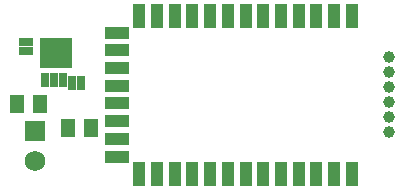
<source format=gbs>
G04 (created by PCBNEW (2013-05-18 BZR 4017)-stable) date Thu 17 Jul 2014 20:47:08 CST*
%MOIN*%
G04 Gerber Fmt 3.4, Leading zero omitted, Abs format*
%FSLAX34Y34*%
G01*
G70*
G90*
G04 APERTURE LIST*
%ADD10C,0.00590551*%
%ADD11R,0.0295276X0.0492126*%
%ADD12R,0.0492126X0.0295276*%
%ADD13R,0.106299X0.102362*%
%ADD14R,0.069X0.069*%
%ADD15C,0.069*%
%ADD16R,0.0512X0.059*%
%ADD17C,0.039*%
%ADD18R,0.0393701X0.0787402*%
%ADD19R,0.0787402X0.0393701*%
G04 APERTURE END LIST*
G54D10*
G54D11*
X49047Y-31200D03*
X48752Y-31200D03*
X48457Y-31200D03*
X49647Y-31300D03*
X49352Y-31300D03*
G54D12*
X47800Y-30247D03*
X47800Y-29952D03*
G54D13*
X48800Y-30300D03*
G54D14*
X48100Y-32900D03*
G54D15*
X48100Y-33900D03*
G54D16*
X48275Y-32000D03*
X47525Y-32000D03*
X49225Y-32800D03*
X49975Y-32800D03*
G54D17*
X59900Y-31450D03*
X59900Y-31950D03*
X59900Y-30950D03*
X59900Y-32450D03*
X59900Y-30450D03*
X59900Y-32950D03*
G54D18*
X58677Y-34337D03*
X58086Y-34337D03*
X57496Y-34337D03*
X56905Y-34337D03*
X56314Y-34337D03*
X55724Y-34337D03*
X55133Y-34337D03*
X54543Y-34337D03*
X53952Y-34337D03*
X53362Y-34337D03*
X52771Y-34337D03*
X52181Y-34337D03*
X51590Y-34337D03*
G54D19*
X50862Y-33766D03*
X50862Y-33176D03*
X50862Y-32585D03*
X50862Y-31995D03*
X50862Y-31404D03*
X50862Y-30814D03*
X50862Y-30223D03*
X50862Y-29633D03*
G54D18*
X51590Y-29081D03*
X52181Y-29081D03*
X52771Y-29081D03*
X53362Y-29081D03*
X53952Y-29081D03*
X54543Y-29081D03*
X55133Y-29081D03*
X55724Y-29081D03*
X56314Y-29081D03*
X56905Y-29081D03*
X57496Y-29081D03*
X58086Y-29081D03*
X58677Y-29081D03*
M02*

</source>
